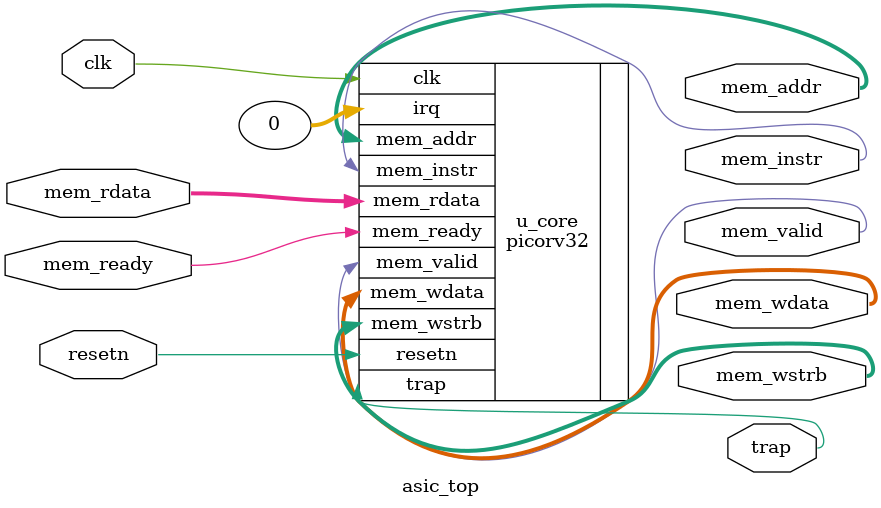
<source format=v>
module asic_top (
    input  wire        clk,
    input  wire        resetn,
    
    // Memory Interface
    output wire        mem_valid,
    output wire        mem_instr,
    input  wire        mem_ready,
    output wire [31:0] mem_addr,
    output wire [31:0] mem_wdata,
    output wire [3:0]  mem_wstrb,
    input  wire [31:0] mem_rdata,
    
    // Status
    output wire        trap
);

    // Instantiate PicoRV32 with showcase-friendly parameters
    picorv32 #(
        .ENABLE_COUNTERS(1),
        .ENABLE_COUNTERS64(1),
        .ENABLE_REGS_DUALPORT(1),
        .TWO_STAGE_SHIFT(1),
        .BARREL_SHIFTER(1),
        .TWO_CYCLE_COMPARE(0),
        .TWO_CYCLE_ALU(0),
        .COMPRESSED_ISA(1),
        .CATCH_MISALIGN(1),
        .CATCH_ILLINSN(1),
        .ENABLE_MUL(1),
        .ENABLE_DIV(1),
        .ENABLE_IRQ(0),
        .ENABLE_IRQ_QREGS(0)
    ) u_core (
        .clk       (clk),
        .resetn    (resetn),
        .trap      (trap),
        .mem_valid (mem_valid),
        .mem_instr (mem_instr),
        .mem_ready (mem_ready),
        .mem_addr  (mem_addr),
        .mem_wdata (mem_wdata),
        .mem_wstrb (mem_wstrb),
        .mem_rdata (mem_rdata),
        // Tie off unused IRQ inputs to 0
        .irq       (32'b0) 
    );

endmodule

</source>
